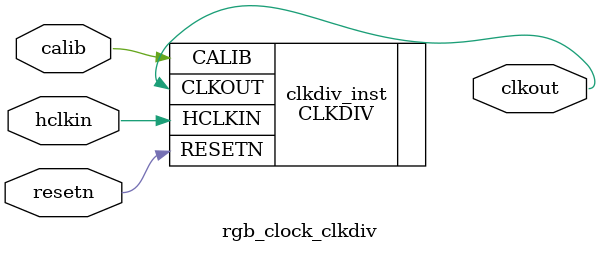
<source format=v>

module rgb_clock_clkdiv (clkout, hclkin, resetn, calib);

output clkout;
input hclkin;
input resetn;
input calib;

CLKDIV clkdiv_inst (
    .CLKOUT(clkout),
    .HCLKIN(hclkin),
    .RESETN(resetn),
    .CALIB(calib)
);

defparam clkdiv_inst.DIV_MODE = "5";
defparam clkdiv_inst.GSREN = "false";

endmodule //rgb_clock_clkdiv

</source>
